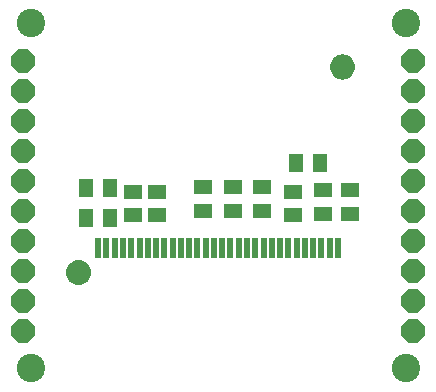
<source format=gbr>
G04 EAGLE Gerber RS-274X export*
G75*
%MOMM*%
%FSLAX34Y34*%
%LPD*%
%INSoldermask Top*%
%IPPOS*%
%AMOC8*
5,1,8,0,0,1.08239X$1,22.5*%
G01*
%ADD10C,2.403200*%
%ADD11R,0.553200X1.803200*%
%ADD12R,1.603200X1.303200*%
%ADD13R,1.303200X1.603200*%
%ADD14P,2.144431X8X22.500000*%
%ADD15P,2.144431X8X202.500000*%

G36*
X285002Y225740D02*
X285002Y225740D01*
X285045Y225752D01*
X285111Y225759D01*
X286794Y226210D01*
X286835Y226229D01*
X286898Y226248D01*
X288478Y226985D01*
X288515Y227011D01*
X288574Y227040D01*
X290002Y228040D01*
X290033Y228072D01*
X290086Y228111D01*
X291319Y229344D01*
X291344Y229380D01*
X291390Y229428D01*
X292390Y230856D01*
X292408Y230897D01*
X292445Y230952D01*
X293182Y232532D01*
X293193Y232575D01*
X293220Y232636D01*
X293671Y234319D01*
X293673Y234351D01*
X293680Y234372D01*
X293680Y234387D01*
X293690Y234428D01*
X293842Y236165D01*
X293838Y236209D01*
X293842Y236275D01*
X293690Y238012D01*
X293678Y238055D01*
X293671Y238121D01*
X293220Y239804D01*
X293201Y239845D01*
X293182Y239908D01*
X292445Y241488D01*
X292419Y241525D01*
X292390Y241584D01*
X291390Y243012D01*
X291358Y243043D01*
X291319Y243096D01*
X290086Y244329D01*
X290050Y244354D01*
X290002Y244400D01*
X288574Y245400D01*
X288533Y245418D01*
X288478Y245455D01*
X286898Y246192D01*
X286855Y246203D01*
X286794Y246230D01*
X285111Y246681D01*
X285066Y246684D01*
X285002Y246700D01*
X283265Y246852D01*
X283221Y246848D01*
X283155Y246852D01*
X281418Y246700D01*
X281375Y246688D01*
X281309Y246681D01*
X279626Y246230D01*
X279585Y246211D01*
X279522Y246192D01*
X277942Y245455D01*
X277905Y245429D01*
X277846Y245400D01*
X276418Y244400D01*
X276387Y244368D01*
X276334Y244329D01*
X275101Y243096D01*
X275076Y243060D01*
X275030Y243012D01*
X274030Y241584D01*
X274012Y241543D01*
X273975Y241488D01*
X273238Y239908D01*
X273227Y239865D01*
X273200Y239804D01*
X272749Y238121D01*
X272746Y238076D01*
X272730Y238012D01*
X272578Y236275D01*
X272582Y236231D01*
X272578Y236165D01*
X272730Y234428D01*
X272742Y234385D01*
X272746Y234351D01*
X272746Y234335D01*
X272748Y234330D01*
X272749Y234319D01*
X273200Y232636D01*
X273219Y232595D01*
X273238Y232532D01*
X273975Y230952D01*
X274001Y230915D01*
X274030Y230856D01*
X275030Y229428D01*
X275062Y229397D01*
X275101Y229344D01*
X276334Y228111D01*
X276370Y228086D01*
X276418Y228040D01*
X277846Y227040D01*
X277887Y227022D01*
X277942Y226985D01*
X279522Y226248D01*
X279565Y226237D01*
X279626Y226210D01*
X281309Y225759D01*
X281354Y225756D01*
X281418Y225740D01*
X283155Y225588D01*
X283199Y225592D01*
X283265Y225588D01*
X285002Y225740D01*
G37*
G36*
X61482Y51750D02*
X61482Y51750D01*
X61525Y51762D01*
X61591Y51769D01*
X63274Y52220D01*
X63315Y52239D01*
X63378Y52258D01*
X64958Y52995D01*
X64995Y53021D01*
X65054Y53050D01*
X66482Y54050D01*
X66513Y54082D01*
X66566Y54121D01*
X67799Y55354D01*
X67824Y55390D01*
X67870Y55438D01*
X68870Y56866D01*
X68888Y56907D01*
X68925Y56962D01*
X69662Y58542D01*
X69673Y58585D01*
X69700Y58646D01*
X70151Y60329D01*
X70153Y60361D01*
X70160Y60382D01*
X70160Y60397D01*
X70170Y60438D01*
X70322Y62175D01*
X70318Y62219D01*
X70322Y62285D01*
X70170Y64022D01*
X70158Y64065D01*
X70151Y64131D01*
X69700Y65814D01*
X69681Y65855D01*
X69662Y65918D01*
X68925Y67498D01*
X68899Y67535D01*
X68870Y67594D01*
X67870Y69022D01*
X67838Y69053D01*
X67799Y69106D01*
X66566Y70339D01*
X66530Y70364D01*
X66482Y70410D01*
X65054Y71410D01*
X65013Y71428D01*
X64958Y71465D01*
X63378Y72202D01*
X63335Y72213D01*
X63274Y72240D01*
X61591Y72691D01*
X61546Y72694D01*
X61482Y72710D01*
X59745Y72862D01*
X59701Y72858D01*
X59635Y72862D01*
X57898Y72710D01*
X57855Y72698D01*
X57789Y72691D01*
X56106Y72240D01*
X56065Y72221D01*
X56002Y72202D01*
X54422Y71465D01*
X54385Y71439D01*
X54326Y71410D01*
X52898Y70410D01*
X52867Y70378D01*
X52814Y70339D01*
X51581Y69106D01*
X51556Y69070D01*
X51510Y69022D01*
X50510Y67594D01*
X50492Y67553D01*
X50455Y67498D01*
X49718Y65918D01*
X49707Y65875D01*
X49680Y65814D01*
X49229Y64131D01*
X49226Y64086D01*
X49210Y64022D01*
X49058Y62285D01*
X49062Y62241D01*
X49058Y62175D01*
X49210Y60438D01*
X49222Y60395D01*
X49226Y60361D01*
X49226Y60345D01*
X49228Y60340D01*
X49229Y60329D01*
X49680Y58646D01*
X49699Y58605D01*
X49718Y58542D01*
X50455Y56962D01*
X50481Y56925D01*
X50510Y56866D01*
X51510Y55438D01*
X51542Y55407D01*
X51581Y55354D01*
X52814Y54121D01*
X52850Y54096D01*
X52898Y54050D01*
X54326Y53050D01*
X54367Y53032D01*
X54422Y52995D01*
X56002Y52258D01*
X56045Y52247D01*
X56106Y52220D01*
X57789Y51769D01*
X57834Y51766D01*
X57898Y51750D01*
X59635Y51598D01*
X59679Y51602D01*
X59745Y51598D01*
X61482Y51750D01*
G37*
D10*
X19050Y-19050D03*
X336550Y-19050D03*
X19050Y273050D03*
X336550Y273050D03*
D11*
X279300Y82550D03*
X272300Y82550D03*
X265300Y82550D03*
X258300Y82550D03*
X251300Y82550D03*
X244300Y82550D03*
X237300Y82550D03*
X230300Y82550D03*
X223300Y82550D03*
X216300Y82550D03*
X209300Y82550D03*
X202300Y82550D03*
X195300Y82550D03*
X188300Y82550D03*
X181300Y82550D03*
X174300Y82550D03*
X167300Y82550D03*
X160300Y82550D03*
X153300Y82550D03*
X146300Y82550D03*
X139300Y82550D03*
X132300Y82550D03*
X125300Y82550D03*
X118300Y82550D03*
X111300Y82550D03*
X104300Y82550D03*
X97300Y82550D03*
X90300Y82550D03*
X83300Y82550D03*
X76300Y82550D03*
D12*
X214630Y134460D03*
X214630Y114460D03*
X190500Y134460D03*
X190500Y114460D03*
X165100Y134460D03*
X165100Y114460D03*
X289560Y111920D03*
X289560Y131920D03*
X266700Y111920D03*
X266700Y131920D03*
X125730Y130650D03*
X125730Y110650D03*
X105410Y110650D03*
X105410Y130650D03*
X241300Y130650D03*
X241300Y110650D03*
D13*
X244000Y154940D03*
X264000Y154940D03*
X86200Y133350D03*
X66200Y133350D03*
X86200Y107950D03*
X66200Y107950D03*
D14*
X12700Y241300D03*
X12700Y215900D03*
X12700Y190500D03*
X12700Y165100D03*
X12700Y139700D03*
X12700Y114300D03*
X12700Y88900D03*
X12700Y63500D03*
X12700Y38100D03*
X12700Y12700D03*
D15*
X342900Y12700D03*
X342900Y38100D03*
X342900Y63500D03*
X342900Y88900D03*
X342900Y114300D03*
X342900Y139700D03*
X342900Y165100D03*
X342900Y190500D03*
X342900Y215900D03*
X342900Y241300D03*
M02*

</source>
